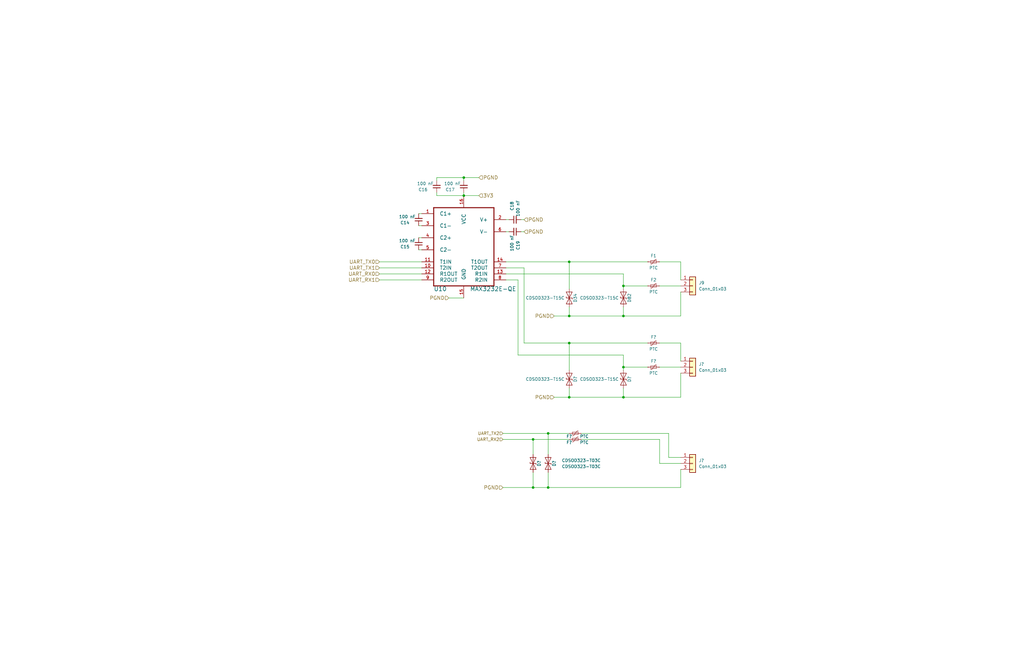
<source format=kicad_sch>
(kicad_sch (version 20211123) (generator eeschema)
  (paper "B")
  (title_block (title "BUM2 LED Controller") (date "2023-01-10") (rev "A"))
  (lib_symbols
    (symbol "Connector_Generic:Conn_01x03" (pin_names (offset 1.016) hide)
      (property "Reference" "J" (at 0 5.08 0))
      (property "Value" "Conn_01x03" (at 0 -5.08 0))
      (symbol "Conn_01x03_1_1"
        (rectangle (start -1.27 -2.413) (end 0 -2.667) (stroke (width 0.1524)))
        (rectangle (start -1.27 0.127) (end 0 -0.127) (stroke (width 0.1524)))
        (rectangle (start -1.27 2.667) (end 0 2.413) (stroke (width 0.1524)))
        (rectangle (start -1.27 3.81) (end 1.27 -3.81) (stroke (width 0.254)) (fill (type background)))
        (pin passive line (at -5.08 2.54 0) (length 3.81) (name "Pin_1") (number "1"))
        (pin passive line (at -5.08 0 0) (length 3.81) (name "Pin_2") (number "2"))
        (pin passive line (at -5.08 -2.54 0) (length 3.81) (name "Pin_3") (number "3"))
      )
    )
    (symbol "Dual-Mag-Camera-Control-rescue:D_TVS-SPC-Control-rescue" (pin_numbers hide) (pin_names (offset 1.016) hide)
      (property "Reference" "D" (at 0 2.54 0))
      (property "Value" "D_TVS-SPC-Control-rescue" (at 0 -2.54 0))
      (symbol "D_TVS-SPC-Control-rescue_0_1"
        (polyline (pts (xy 1.27 0) (xy -1.27 0)))
        (polyline (pts (xy -2.54 -1.27) (xy 0 0) (xy -2.54 1.27) (xy -2.54 -1.27)) (stroke (width 0.2032)))
        (polyline (pts (xy 0.508 1.27) (xy 0 1.27) (xy 0 -1.27) (xy -0.508 -1.27)) (stroke (width 0.2032)))
        (polyline (pts (xy 2.54 1.27) (xy 2.54 -1.27) (xy 0 0) (xy 2.54 1.27)) (stroke (width 0.2032)))
      )
      (symbol "D_TVS-SPC-Control-rescue_1_1"
        (pin passive line (at -3.81 0 0) (length 2.54) (name "A1") (number "1"))
        (pin passive line (at 3.81 0 180) (length 2.54) (name "A2") (number "2"))
      )
    )
    (symbol "Dual-Mag-Camera-Control-rescue:Polyfuse_Small-SPC-Control-rescue" (pin_numbers hide) (pin_names (offset 0))
      (property "Reference" "F" (at -1.905 0 90))
      (property "Value" "Polyfuse_Small-SPC-Control-rescue" (at 1.905 0 90))
      (symbol "Polyfuse_Small-SPC-Control-rescue_0_1"
        (rectangle (start -0.508 1.27) (end 0.508 -1.27))
        (polyline (pts (xy 0 2.54) (xy 0 -2.54)))
        (polyline (pts (xy -1.016 1.27) (xy -1.016 0.762) (xy 1.016 -0.762) (xy 1.016 -1.27)))
      )
      (symbol "Polyfuse_Small-SPC-Control-rescue_1_1"
        (pin passive line (at 0 2.54 270) (length 0.635) (name "~") (number "1"))
        (pin passive line (at 0 -2.54 90) (length 0.635) (name "~") (number "2"))
      )
    )
    (symbol "EyeRIS-LRAUV-Control-rescue:C_Small-SPC-Control-rescue-EyeRIS-LRAUV-Control-rescue" (pin_numbers hide) (pin_names (offset 0.254) hide)
      (property "Reference" "C" (at 0.254 1.778 0))
      (property "Value" "C_Small-SPC-Control-rescue-EyeRIS-LRAUV-Control-rescue" (at 0.254 -2.032 0))
      (symbol "C_Small-SPC-Control-rescue-EyeRIS-LRAUV-Control-rescue_0_1"
        (polyline (pts (xy -1.524 -0.508) (xy 1.524 -0.508)) (stroke (width 0.3302)))
        (polyline (pts (xy -1.524 0.508) (xy 1.524 0.508)) (stroke (width 0.3048)))
      )
      (symbol "C_Small-SPC-Control-rescue-EyeRIS-LRAUV-Control-rescue_1_1"
        (pin passive line (at 0 2.54 270) (length 2.032) (name "~") (number "1"))
        (pin passive line (at 0 -2.54 90) (length 2.032) (name "~") (number "2"))
      )
    )
    (symbol "EyeRIS-LRAUV-Control-rescue:MAX3232E-SPC-Control-rescue-EyeRIS-LRAUV-Control-rescue" (pin_names (offset 2.54))
      (property "Reference" "U" (at 11.43 16.51 0))
      (property "Value" "MAX3232E-SPC-Control-rescue-EyeRIS-LRAUV-Control-rescue" (at -13.97 17.78 0))
      (symbol "MAX3232E-SPC-Control-rescue-EyeRIS-LRAUV-Control-rescue_0_0"
        (polyline (pts (xy -10.16 15.24) (xy -10.16 -17.78)) (stroke (width 0.4064)))
        (polyline (pts (xy -10.16 15.24) (xy 15.24 15.24)) (stroke (width 0.4064)))
        (polyline (pts (xy 15.24 -17.78) (xy -10.16 -17.78)) (stroke (width 0.4064)) (fill (type background)))
        (polyline (pts (xy 15.24 -17.78) (xy 15.24 15.24)) (stroke (width 0.4064)))
        (pin bidirectional line (at -15.24 12.7 0) (length 5.08) (name "C1+") (number "1"))
        (pin input line (at -15.24 -10.16 0) (length 5.08) (name "T2IN") (number "10"))
        (pin input line (at -15.24 -7.62 0) (length 5.08) (name "T1IN") (number "11"))
        (pin output line (at -15.24 -12.7 0) (length 5.08) (name "R1OUT") (number "12"))
        (pin input line (at 20.32 -12.7 180) (length 5.08) (name "R1IN") (number "13"))
        (pin output line (at 20.32 -7.62 180) (length 5.08) (name "T1OUT") (number "14"))
        (pin bidirectional line (at 2.54 -22.86 90) (length 5.08) (name "GND") (number "15"))
        (pin bidirectional line (at 2.54 20.32 270) (length 5.08) (name "VCC") (number "16"))
        (pin bidirectional line (at 20.32 10.16 180) (length 5.08) (name "V+") (number "2"))
        (pin bidirectional line (at -15.24 7.62 0) (length 5.08) (name "C1-") (number "3"))
        (pin bidirectional line (at -15.24 2.54 0) (length 5.08) (name "C2+") (number "4"))
        (pin bidirectional line (at -15.24 -2.54 0) (length 5.08) (name "C2-") (number "5"))
        (pin bidirectional line (at 20.32 5.08 180) (length 5.08) (name "V-") (number "6"))
        (pin output line (at 20.32 -10.16 180) (length 5.08) (name "T2OUT") (number "7"))
        (pin input line (at 20.32 -15.24 180) (length 5.08) (name "R2IN") (number "8"))
        (pin output line (at -15.24 -15.24 0) (length 5.08) (name "R2OUT") (number "9"))
      )
    )
  )
  (junction (at 224.79 205.74))
  (junction (at 240.03 133.35))
  (junction (at 240.03 144.78))
  (junction (at 262.89 120.65))
  (junction (at 224.79 185.42))
  (junction (at 262.89 167.64))
  (junction (at 262.89 133.35))
  (junction (at 240.03 167.64))
  (junction (at 195.58 74.93))
  (junction (at 262.89 154.94))
  (junction (at 231.14 182.88))
  (junction (at 240.03 110.49))
  (junction (at 231.14 205.74))
  (junction (at 195.58 82.55))
  (wire (pts (xy 184.15 74.93) (xy 184.15 76.2)))
  (wire (pts (xy 195.58 82.55) (xy 201.93 82.55)))
  (wire (pts (xy 218.44 149.86) (xy 262.89 149.86)))
  (wire (pts (xy 176.53 100.33) (xy 177.8 100.33)))
  (wire (pts (xy 177.8 90.17) (xy 176.53 90.17)))
  (wire (pts (xy 231.14 205.74) (xy 287.02 205.74)))
  (wire (pts (xy 240.03 110.49) (xy 273.05 110.49)))
  (wire (pts (xy 160.02 110.49) (xy 177.8 110.49)))
  (wire (pts (xy 287.02 123.19) (xy 287.02 133.35)))
  (wire (pts (xy 195.58 125.73) (xy 189.23 125.73)))
  (wire (pts (xy 262.89 120.65) (xy 262.89 121.92)))
  (wire (pts (xy 213.36 97.79) (xy 214.63 97.79)))
  (wire (pts (xy 224.79 185.42) (xy 224.79 191.77)))
  (wire (pts (xy 262.89 115.57) (xy 262.89 120.65)))
  (wire (pts (xy 231.14 199.39) (xy 231.14 205.74)))
  (wire (pts (xy 262.89 149.86) (xy 262.89 154.94)))
  (wire (pts (xy 195.58 76.2) (xy 195.58 74.93)))
  (wire (pts (xy 262.89 154.94) (xy 262.89 156.21)))
  (wire (pts (xy 160.02 113.03) (xy 177.8 113.03)))
  (wire (pts (xy 278.13 195.58) (xy 287.02 195.58)))
  (wire (pts (xy 184.15 74.93) (xy 195.58 74.93)))
  (wire (pts (xy 262.89 167.64) (xy 287.02 167.64)))
  (wire (pts (xy 184.15 82.55) (xy 195.58 82.55)))
  (wire (pts (xy 278.13 120.65) (xy 287.02 120.65)))
  (wire (pts (xy 231.14 205.74) (xy 224.79 205.74)))
  (wire (pts (xy 262.89 154.94) (xy 273.05 154.94)))
  (wire (pts (xy 195.58 74.93) (xy 201.93 74.93)))
  (wire (pts (xy 281.94 193.04) (xy 287.02 193.04)))
  (wire (pts (xy 233.68 133.35) (xy 240.03 133.35)))
  (wire (pts (xy 213.36 113.03) (xy 220.98 113.03)))
  (wire (pts (xy 231.14 182.88) (xy 231.14 191.77)))
  (wire (pts (xy 262.89 120.65) (xy 273.05 120.65)))
  (wire (pts (xy 160.02 115.57) (xy 177.8 115.57)))
  (wire (pts (xy 262.89 163.83) (xy 262.89 167.64)))
  (wire (pts (xy 220.98 113.03) (xy 220.98 144.78)))
  (wire (pts (xy 287.02 110.49) (xy 287.02 118.11)))
  (wire (pts (xy 213.36 110.49) (xy 240.03 110.49)))
  (wire (pts (xy 245.11 182.88) (xy 281.94 182.88)))
  (wire (pts (xy 224.79 185.42) (xy 240.03 185.42)))
  (wire (pts (xy 287.02 205.74) (xy 287.02 198.12)))
  (wire (pts (xy 213.36 118.11) (xy 218.44 118.11)))
  (wire (pts (xy 240.03 144.78) (xy 240.03 156.21)))
  (wire (pts (xy 278.13 154.94) (xy 287.02 154.94)))
  (wire (pts (xy 176.53 95.25) (xy 177.8 95.25)))
  (wire (pts (xy 220.98 144.78) (xy 240.03 144.78)))
  (wire (pts (xy 213.36 115.57) (xy 262.89 115.57)))
  (wire (pts (xy 281.94 182.88) (xy 281.94 193.04)))
  (wire (pts (xy 220.98 92.71) (xy 219.71 92.71)))
  (wire (pts (xy 231.14 182.88) (xy 240.03 182.88)))
  (wire (pts (xy 240.03 110.49) (xy 240.03 121.92)))
  (wire (pts (xy 278.13 144.78) (xy 287.02 144.78)))
  (wire (pts (xy 245.11 185.42) (xy 278.13 185.42)))
  (wire (pts (xy 287.02 157.48) (xy 287.02 167.64)))
  (wire (pts (xy 218.44 118.11) (xy 218.44 149.86)))
  (wire (pts (xy 262.89 133.35) (xy 287.02 133.35)))
  (wire (pts (xy 195.58 82.55) (xy 195.58 81.28)))
  (wire (pts (xy 240.03 163.83) (xy 240.03 167.64)))
  (wire (pts (xy 214.63 92.71) (xy 213.36 92.71)))
  (wire (pts (xy 240.03 129.54) (xy 240.03 133.35)))
  (wire (pts (xy 219.71 97.79) (xy 220.98 97.79)))
  (wire (pts (xy 240.03 144.78) (xy 273.05 144.78)))
  (wire (pts (xy 262.89 129.54) (xy 262.89 133.35)))
  (wire (pts (xy 224.79 205.74) (xy 212.09 205.74)))
  (wire (pts (xy 240.03 167.64) (xy 262.89 167.64)))
  (wire (pts (xy 184.15 82.55) (xy 184.15 81.28)))
  (wire (pts (xy 287.02 144.78) (xy 287.02 152.4)))
  (wire (pts (xy 278.13 185.42) (xy 278.13 195.58)))
  (wire (pts (xy 240.03 133.35) (xy 262.89 133.35)))
  (wire (pts (xy 212.09 185.42) (xy 224.79 185.42)))
  (wire (pts (xy 176.53 105.41) (xy 177.8 105.41)))
  (wire (pts (xy 160.02 118.11) (xy 177.8 118.11)))
  (wire (pts (xy 224.79 199.39) (xy 224.79 205.74)))
  (wire (pts (xy 212.09 182.88) (xy 231.14 182.88)))
  (wire (pts (xy 233.68 167.64) (xy 240.03 167.64)))
  (wire (pts (xy 278.13 110.49) (xy 287.02 110.49)))
  (hierarchical_label "PGND" (shape input) (at 220.98 97.79 0) (effects (font (size 1.524 1.524))))
  (hierarchical_label "PGND" (shape input) (at 220.98 92.71 0) (effects (font (size 1.524 1.524))))
  (hierarchical_label "PGND" (shape input) (at 189.23 125.73 180) (effects (font (size 1.524 1.524))))
  (hierarchical_label "PGND" (shape input) (at 212.09 205.74 180) (effects (font (size 1.524 1.524))))
  (hierarchical_label "UART_RX2" (shape input) (at 212.09 185.42 180))
  (hierarchical_label "UART_TX1" (shape input) (at 160.02 113.03 180) (effects (font (size 1.524 1.524))))
  (hierarchical_label "UART_TX0" (shape input) (at 160.02 110.49 180) (effects (font (size 1.524 1.524))))
  (hierarchical_label "UART_TX2" (shape input) (at 212.09 182.88 180))
  (hierarchical_label "PGND" (shape input) (at 233.68 133.35 180) (effects (font (size 1.524 1.524))))
  (hierarchical_label "UART_RX0" (shape input) (at 160.02 115.57 180) (effects (font (size 1.524 1.524))))
  (hierarchical_label "PGND" (shape input) (at 233.68 167.64 180) (effects (font (size 1.524 1.524))))
  (hierarchical_label "PGND" (shape input) (at 201.93 74.93 0) (effects (font (size 1.524 1.524))))
  (hierarchical_label "UART_RX1" (shape input) (at 160.02 118.11 180) (effects (font (size 1.524 1.524))))
  (hierarchical_label "3V3" (shape input) (at 201.93 82.55 0) (effects (font (size 1.524 1.524))))
  (symbol (lib_id "Dual-Mag-Camera-Control-rescue:Polyfuse_Small-SPC-Control-rescue") (at 275.59 144.78 270) (unit 1)
    (property "Reference" "F?" (at 275.59 142.24 90))
    (property "Value" "PTC" (at 275.59 147.32 90))
    (property "Footprint" "Resistor_SMD:R_1210_3225Metric" (effects hide))
    (property "Datasheet" "https://en.tdk.eu/inf/55/db/PTC/PTC_OC_SMD_0402_0603_1210_24V_230V.pdf" (effects hide))
    (property "Part Number" "495-3878-1-ND" (effects hide))
    (property "Supplier" "Digikey" (effects hide))
    (property "Link" "Value" (effects hide))
  )
  (symbol (lib_id "Dual-Mag-Camera-Control-rescue:Polyfuse_Small-SPC-Control-rescue") (at 275.59 110.49 270)
    (property "Reference" "F1" (at 275.59 107.95 90))
    (property "Value" "PTC" (at 275.59 113.03 90))
    (property "Footprint" "Resistor_SMD:R_1210_3225Metric" (effects hide))
    (property "Datasheet" "https://en.tdk.eu/inf/55/db/PTC/PTC_OC_SMD_0402_0603_1210_24V_230V.pdf" (effects hide))
    (property "Part Number" "495-3878-1-ND" (effects hide))
    (property "Supplier" "Digikey" (effects hide))
    (property "Link" "Value" (effects hide))
  )
  (symbol (lib_id "EyeRIS-LRAUV-Control-rescue:MAX3232E-SPC-Control-rescue-EyeRIS-LRAUV-Control-rescue") (at 193.04 102.87 0)
    (property "Reference" "U10" (at 182.88 121.92 0) (effects (font (size 1.778 1.778)) (justify left)))
    (property "Value" "MAX3232E-QE" (at 198.12 121.92 0) (effects (font (size 1.778 1.778)) (justify left)))
    (property "Footprint" "Package_SO:TSSOP-16_4.4x5mm_P0.65mm" (effects hide))
    (property "Datasheet" "http://www.ti.com/general/docs/suppproductinfo.tsp?distId=10&gotoUrl=http%3A%2F%2Fwww.ti.com%2Flit%2Fgpn%2Fmax3232e-q1" (effects hide))
    (property "Link" "https://www.digikey.com/en/products/detail/texas-instruments/MAX3232EIPWRQ1/1868538?s=N4IgjCBcpgbFoDGUBmBDANgZwKYBoQB7KAbXAAYAOWATgFYQBdAgBwBcoQBlNgJwEsAdgHMQAXwK0EIZJHTZ8RUiAAs5GgGZNTVh0jc%2BQ0RJAAmOqemz5uAsUhlTYU7DAB2HSHaceAkeIIVFUorVExbJQdwOlhKSktmLz0DP2MCAFpLaBkoPgBXRXsyBkTvfQCQdJVQuXDC5S0wcnhS5PETLLIAWQBBAA0NU0GAUSYxIA" (effects hide))
    (property "Part Number" "296-23467-1-ND" (effects hide))
    (property "Supplier" "Digikey" (effects hide))
  )
  (symbol (lib_id "Dual-Mag-Camera-Control-rescue:D_TVS-SPC-Control-rescue") (at 262.89 160.02 270) (unit 1)
    (property "Reference" "D?" (at 265.43 160.02 0))
    (property "Value" "CDSOD323-T15C" (at 252.73 160.02 90))
    (property "Footprint" "Diode_SMD:D_SOD-323" (effects hide))
    (property "Datasheet" "https://www.digikey.com/product-detail/en/bourns-inc/CDSOD323-T15C/CDSOD323-T15CCT-ND/3742034" (effects hide))
    (property "Part Number" "CDSOD323-T15CCT-ND" (effects hide))
    (property "Supplier" "Digikey" (effects hide))
    (property "Link" "https://www.digikey.com/products/en?keywords=CDSOD323-T15CCT-ND" (effects hide))
  )
  (symbol (lib_id "Dual-Mag-Camera-Control-rescue:Polyfuse_Small-SPC-Control-rescue") (at 275.59 154.94 270) (unit 1)
    (property "Reference" "F?" (at 275.59 152.4 90))
    (property "Value" "PTC" (at 275.59 157.48 90))
    (property "Footprint" "Resistor_SMD:R_1210_3225Metric" (effects hide))
    (property "Datasheet" "https://en.tdk.eu/inf/55/db/PTC/PTC_OC_SMD_0402_0603_1210_24V_230V.pdf" (effects hide))
    (property "Part Number" "495-3878-1-ND" (effects hide))
    (property "Supplier" "Digikey" (effects hide))
    (property "Link" "Value" (effects hide))
  )
  (symbol (lib_id "Dual-Mag-Camera-Control-rescue:Polyfuse_Small-SPC-Control-rescue") (at 242.57 185.42 270) (unit 1)
    (property "Reference" "F?" (at 240.03 186.69 90))
    (property "Value" "PTC" (at 246.38 186.69 90))
    (property "Footprint" "Resistor_SMD:R_1210_3225Metric" (effects hide))
    (property "Datasheet" "https://en.tdk.eu/inf/55/db/PTC/PTC_OC_SMD_0402_0603_1210_24V_230V.pdf" (effects hide))
    (property "Part Number" "495-3878-1-ND" (effects hide))
    (property "Supplier" "Digikey" (effects hide))
    (property "Link" "Value" (effects hide))
  )
  (symbol (lib_id "Dual-Mag-Camera-Control-rescue:D_TVS-SPC-Control-rescue") (at 262.89 125.73 270)
    (property "Reference" "D82" (at 265.43 125.73 0))
    (property "Value" "CDSOD323-T15C" (at 252.73 125.73 90))
    (property "Footprint" "Diode_SMD:D_SOD-323" (effects hide))
    (property "Datasheet" "https://www.digikey.com/product-detail/en/bourns-inc/CDSOD323-T15C/CDSOD323-T15CCT-ND/3742034" (effects hide))
    (property "Part Number" "CDSOD323-T15CCT-ND" (effects hide))
    (property "Supplier" "Digikey" (effects hide))
    (property "Link" "https://www.digikey.com/products/en?keywords=CDSOD323-T15CCT-ND" (effects hide))
  )
  (symbol (lib_id "Dual-Mag-Camera-Control-rescue:D_TVS-SPC-Control-rescue") (at 240.03 160.02 270) (unit 1)
    (property "Reference" "D?" (at 242.57 160.02 0))
    (property "Value" "CDSOD323-T15C" (at 229.87 160.02 90))
    (property "Footprint" "Diode_SMD:D_SOD-323" (effects hide))
    (property "Datasheet" "https://www.digikey.com/product-detail/en/bourns-inc/CDSOD323-T15C/CDSOD323-T15CCT-ND/3742034" (effects hide))
    (property "Part Number" "CDSOD323-T15CCT-ND" (effects hide))
    (property "Supplier" "Digikey" (effects hide))
    (property "Link" "https://www.digikey.com/products/en?keywords=CDSOD323-T15CCT-ND" (effects hide))
  )
  (symbol (lib_id "EyeRIS-LRAUV-Control-rescue:C_Small-SPC-Control-rescue-EyeRIS-LRAUV-Control-rescue") (at 176.53 102.87 180)
    (property "Reference" "C15" (at 172.72 104.14 0) (effects (justify left)))
    (property "Value" "100 nF" (at 175.26 101.6 0) (effects (justify left)))
    (property "Footprint" "Capacitor_SMD:C_0603_1608Metric" (effects hide))
    (property "Datasheet" "https://www.murata.com/~/media/webrenewal/support/library/catalog/products/capacitor/mlcc/c03e.ashx" (effects hide))
    (property "Link" "http://www.digikey.com/product-detail/en/murata-electronics-north-america/GRM188R71H104KA93D/490-1519-1-ND/587854" (effects hide))
    (property "Part Number" "490-14357-1-ND" (effects hide))
    (property "Supplier" "Digikey" (effects hide))
  )
  (symbol (lib_id "Connector_Generic:Conn_01x03") (at 292.1 120.65 0)
    (property "Reference" "J9" (at 294.64 119.3799 0) (effects (justify left)))
    (property "Value" "Conn_01x03" (at 294.64 121.9199 0) (effects (justify left)))
    (property "Footprint" "ProjectFootprints:PTSM-03-SMD" (effects hide))
    (property "Datasheet" "https://media.digikey.com/pdf/Data%20Sheets/Phoenix%20Contact%20PDFs/1771033.pdf" (effects hide))
    (property "Part Number" "277-2066-1-ND" (effects hide))
    (property "Supplier" "Digikey" (effects hide))
    (property "Link" "https://www.digikey.com/en/products/detail/phoenix-contact/1771033/2192447" (effects hide))
  )
  (symbol (lib_id "Connector_Generic:Conn_01x03") (at 292.1 195.58 0) (unit 1)
    (property "Reference" "J?" (at 294.64 194.3099 0) (effects (justify left)))
    (property "Value" "Conn_01x03" (at 294.64 196.8499 0) (effects (justify left)))
    (property "Footprint" "ProjectFootprints:PTSM-03-SMD" (effects hide))
    (property "Datasheet" "https://media.digikey.com/pdf/Data%20Sheets/Phoenix%20Contact%20PDFs/1771033.pdf" (effects hide))
    (property "Part Number" "277-2066-1-ND" (effects hide))
    (property "Supplier" "Digikey" (effects hide))
    (property "Link" "https://www.digikey.com/en/products/detail/phoenix-contact/1771033/2192447" (effects hide))
  )
  (symbol (lib_id "Dual-Mag-Camera-Control-rescue:Polyfuse_Small-SPC-Control-rescue") (at 242.57 182.88 270) (unit 1)
    (property "Reference" "F?" (at 240.03 184.15 90))
    (property "Value" "PTC" (at 246.38 184.15 90))
    (property "Footprint" "Resistor_SMD:R_1210_3225Metric" (effects hide))
    (property "Datasheet" "https://en.tdk.eu/inf/55/db/PTC/PTC_OC_SMD_0402_0603_1210_24V_230V.pdf" (effects hide))
    (property "Part Number" "495-3878-1-ND" (effects hide))
    (property "Supplier" "Digikey" (effects hide))
    (property "Link" "Value" (effects hide))
  )
  (symbol (lib_id "Dual-Mag-Camera-Control-rescue:D_TVS-SPC-Control-rescue") (at 240.03 125.73 270)
    (property "Reference" "D34" (at 242.57 125.73 0))
    (property "Value" "CDSOD323-T15C" (at 229.87 125.73 90))
    (property "Footprint" "Diode_SMD:D_SOD-323" (effects hide))
    (property "Datasheet" "https://www.digikey.com/product-detail/en/bourns-inc/CDSOD323-T15C/CDSOD323-T15CCT-ND/3742034" (effects hide))
    (property "Part Number" "CDSOD323-T15CCT-ND" (effects hide))
    (property "Supplier" "Digikey" (effects hide))
    (property "Link" "https://www.digikey.com/products/en?keywords=CDSOD323-T15CCT-ND" (effects hide))
  )
  (symbol (lib_id "EyeRIS-LRAUV-Control-rescue:C_Small-SPC-Control-rescue-EyeRIS-LRAUV-Control-rescue") (at 217.17 92.71 90)
    (property "Reference" "C18" (at 215.9 88.9 0) (effects (justify left)))
    (property "Value" "100 nF" (at 218.44 91.44 0) (effects (justify left)))
    (property "Footprint" "Capacitor_SMD:C_0603_1608Metric" (effects hide))
    (property "Datasheet" "https://www.murata.com/~/media/webrenewal/support/library/catalog/products/capacitor/mlcc/c03e.ashx" (effects hide))
    (property "Link" "http://www.digikey.com/product-detail/en/murata-electronics-north-america/GRM188R71H104KA93D/490-1519-1-ND/587854" (effects hide))
    (property "Part Number" "490-14357-1-ND" (effects hide))
    (property "Supplier" "Digikey" (effects hide))
  )
  (symbol (lib_id "EyeRIS-LRAUV-Control-rescue:C_Small-SPC-Control-rescue-EyeRIS-LRAUV-Control-rescue") (at 195.58 78.74 180)
    (property "Reference" "C17" (at 191.77 80.01 0) (effects (justify left)))
    (property "Value" "100 nF" (at 194.31 77.47 0) (effects (justify left)))
    (property "Footprint" "Capacitor_SMD:C_0603_1608Metric" (effects hide))
    (property "Datasheet" "https://www.murata.com/~/media/webrenewal/support/library/catalog/products/capacitor/mlcc/c03e.ashx" (effects hide))
    (property "Link" "http://www.digikey.com/product-detail/en/murata-electronics-north-america/GRM188R71H104KA93D/490-1519-1-ND/587854" (effects hide))
    (property "Part Number" "490-14357-1-ND" (effects hide))
    (property "Supplier" "Digikey" (effects hide))
  )
  (symbol (lib_id "Connector_Generic:Conn_01x03") (at 292.1 154.94 0) (unit 1)
    (property "Reference" "J?" (at 294.64 153.6699 0) (effects (justify left)))
    (property "Value" "Conn_01x03" (at 294.64 156.2099 0) (effects (justify left)))
    (property "Footprint" "ProjectFootprints:PTSM-03-SMD" (effects hide))
    (property "Datasheet" "https://media.digikey.com/pdf/Data%20Sheets/Phoenix%20Contact%20PDFs/1771033.pdf" (effects hide))
    (property "Part Number" "277-2066-1-ND" (effects hide))
    (property "Supplier" "Digikey" (effects hide))
    (property "Link" "https://www.digikey.com/en/products/detail/phoenix-contact/1771033/2192447" (effects hide))
  )
  (symbol (lib_id "EyeRIS-LRAUV-Control-rescue:C_Small-SPC-Control-rescue-EyeRIS-LRAUV-Control-rescue") (at 176.53 92.71 180)
    (property "Reference" "C14" (at 172.72 93.98 0) (effects (justify left)))
    (property "Value" "100 nF" (at 175.26 91.44 0) (effects (justify left)))
    (property "Footprint" "Capacitor_SMD:C_0603_1608Metric" (effects hide))
    (property "Datasheet" "https://www.murata.com/~/media/webrenewal/support/library/catalog/products/capacitor/mlcc/c03e.ashx" (effects hide))
    (property "Link" "http://www.digikey.com/product-detail/en/murata-electronics-north-america/GRM188R71H104KA93D/490-1519-1-ND/587854" (effects hide))
    (property "Part Number" "490-14357-1-ND" (effects hide))
    (property "Supplier" "Digikey" (effects hide))
  )
  (symbol (lib_id "EyeRIS-LRAUV-Control-rescue:C_Small-SPC-Control-rescue-EyeRIS-LRAUV-Control-rescue") (at 217.17 97.79 270)
    (property "Reference" "C19" (at 218.44 101.6 0) (effects (justify left)))
    (property "Value" "100 nF" (at 215.9 99.06 0) (effects (justify left)))
    (property "Footprint" "Capacitor_SMD:C_0603_1608Metric" (effects hide))
    (property "Datasheet" "https://www.murata.com/~/media/webrenewal/support/library/catalog/products/capacitor/mlcc/c03e.ashx" (effects hide))
    (property "Link" "http://www.digikey.com/product-detail/en/murata-electronics-north-america/GRM188R71H104KA93D/490-1519-1-ND/587854" (effects hide))
    (property "Part Number" "490-14357-1-ND" (effects hide))
    (property "Supplier" "Digikey" (effects hide))
  )
  (symbol (lib_id "Dual-Mag-Camera-Control-rescue:Polyfuse_Small-SPC-Control-rescue") (at 275.59 120.65 270)
    (property "Reference" "F2" (at 275.59 118.11 90))
    (property "Value" "PTC" (at 275.59 123.19 90))
    (property "Footprint" "Resistor_SMD:R_1210_3225Metric" (effects hide))
    (property "Datasheet" "https://en.tdk.eu/inf/55/db/PTC/PTC_OC_SMD_0402_0603_1210_24V_230V.pdf" (effects hide))
    (property "Part Number" "495-3878-1-ND" (effects hide))
    (property "Supplier" "Digikey" (effects hide))
    (property "Link" "Value" (effects hide))
  )
  (symbol (lib_id "Dual-Mag-Camera-Control-rescue:D_TVS-SPC-Control-rescue") (at 231.14 195.58 270) (unit 1)
    (property "Reference" "D?" (at 233.68 195.58 0))
    (property "Value" "CDSOD323-T03C" (at 245.11 194.31 90))
    (property "Footprint" "Diode_SMD:D_SOD-323" (effects hide))
    (property "Datasheet" "https://www.digikey.com/product-detail/en/bourns-inc/CDSOD323-T15C/CDSOD323-T15CCT-ND/3742034" (effects hide))
    (property "Part Number" "CDSOD323-T03CCT-ND" (effects hide))
    (property "Supplier" "Digikey" (effects hide))
    (property "Link" "https://www.digikey.com/en/products/detail/bourns-inc/CDSOD323-T03C/3742077" (effects hide))
  )
  (symbol (lib_id "EyeRIS-LRAUV-Control-rescue:C_Small-SPC-Control-rescue-EyeRIS-LRAUV-Control-rescue") (at 184.15 78.74 180)
    (property "Reference" "C16" (at 180.34 80.01 0) (effects (justify left)))
    (property "Value" "100 nF" (at 182.88 77.47 0) (effects (justify left)))
    (property "Footprint" "Capacitor_SMD:C_0603_1608Metric" (effects hide))
    (property "Datasheet" "https://www.murata.com/~/media/webrenewal/support/library/catalog/products/capacitor/mlcc/c03e.ashx" (effects hide))
    (property "Link" "http://www.digikey.com/product-detail/en/murata-electronics-north-america/GRM188R71H104KA93D/490-1519-1-ND/587854" (effects hide))
    (property "Part Number" "490-14357-1-ND" (effects hide))
    (property "Supplier" "Digikey" (effects hide))
  )
  (symbol (lib_id "Dual-Mag-Camera-Control-rescue:D_TVS-SPC-Control-rescue") (at 224.79 195.58 270) (unit 1)
    (property "Reference" "D?" (at 227.33 195.58 0))
    (property "Value" "CDSOD323-T03C" (at 245.11 196.85 90))
    (property "Footprint" "Diode_SMD:D_SOD-323" (effects hide))
    (property "Datasheet" "https://www.digikey.com/product-detail/en/bourns-inc/CDSOD323-T15C/CDSOD323-T15CCT-ND/3742034" (effects hide))
    (property "Part Number" "CDSOD323-T03CCT-ND" (effects hide))
    (property "Supplier" "Digikey" (effects hide))
    (property "Link" "https://www.digikey.com/en/products/detail/bourns-inc/CDSOD323-T03C/3742077" (effects hide))
  )
)
</source>
